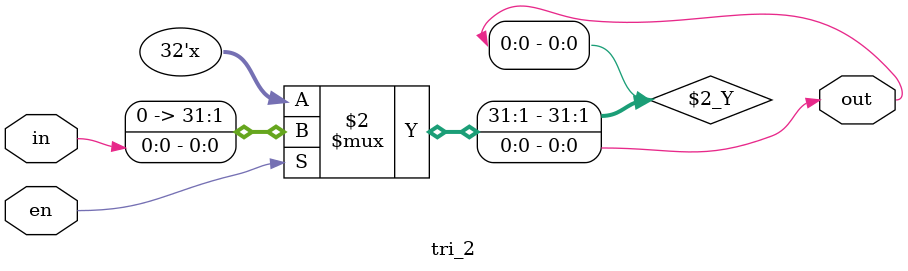
<source format=v>
module tri_2(out,in,en);
output out;
input in,en;
assign out = en ? in : 'bz;
endmodule

</source>
